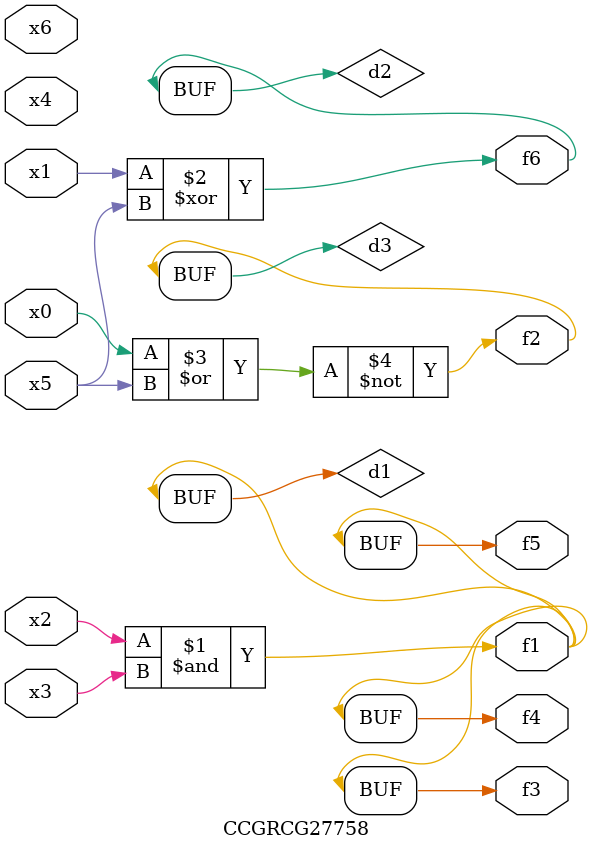
<source format=v>
module CCGRCG27758(
	input x0, x1, x2, x3, x4, x5, x6,
	output f1, f2, f3, f4, f5, f6
);

	wire d1, d2, d3;

	and (d1, x2, x3);
	xor (d2, x1, x5);
	nor (d3, x0, x5);
	assign f1 = d1;
	assign f2 = d3;
	assign f3 = d1;
	assign f4 = d1;
	assign f5 = d1;
	assign f6 = d2;
endmodule

</source>
